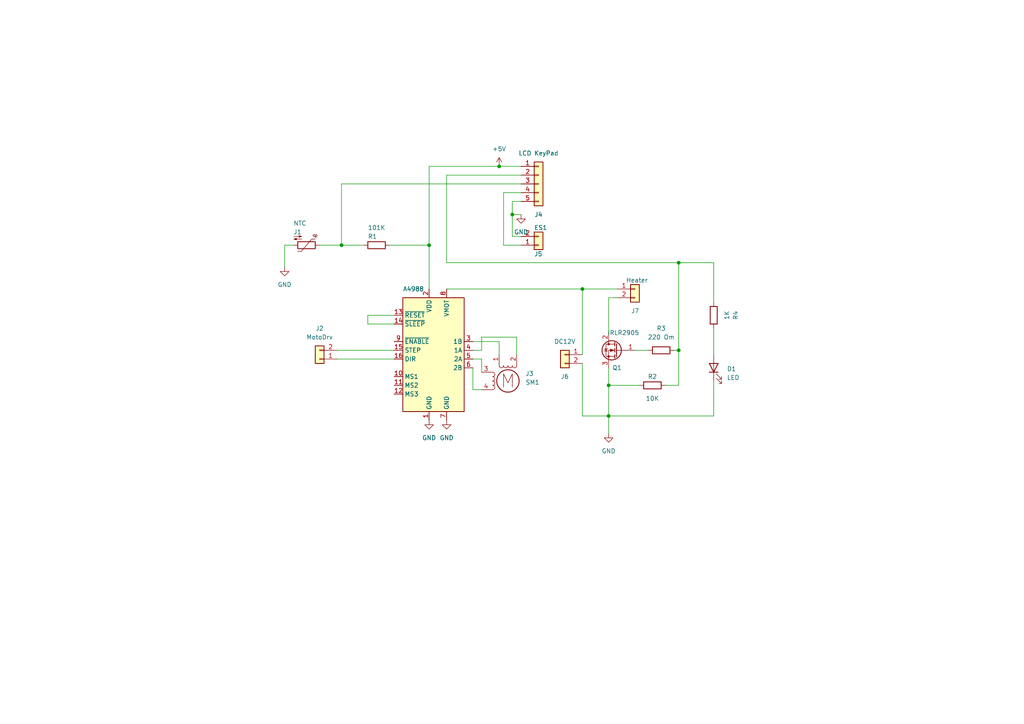
<source format=kicad_sch>
(kicad_sch (version 20231120) (generator "eeschema") (generator_version "8.0")
  (paper "A4")
  (title_block (title "Management fee in MiniPetPull") (date "2024-02-04") (rev "1.0") (company "At Home made") (comment 2 "Serhii Kryvenko"))
  (lib_symbols
    (symbol "Connector_Generic:Conn_01x02" (pin_names (offset 1.016) hide)
      (property "Reference" "J" (at 0 2.54 0))
      (property "Value" "Conn_01x02" (at 0 -5.08 0))
      (symbol "Conn_01x02_1_1"
        (rectangle (start -1.27 -2.413) (end 0 -2.667) (stroke (width 0.1524)))
        (rectangle (start -1.27 0.127) (end 0 -0.127) (stroke (width 0.1524)))
        (rectangle (start -1.27 1.27) (end 1.27 -3.81) (stroke (width 0.254)) (fill (type background)))
        (pin passive line (at -5.08 0 0) (length 3.81) (name "Pin_1") (number "1"))
        (pin passive line (at -5.08 -2.54 0) (length 3.81) (name "Pin_2") (number "2"))
      )
    )
    (symbol "Connector_Generic:Conn_01x05" (pin_names (offset 1.016) hide)
      (property "Reference" "J" (at 0 7.62 0))
      (property "Value" "Conn_01x05" (at 0 -7.62 0))
      (symbol "Conn_01x05_1_1"
        (rectangle (start -1.27 -4.953) (end 0 -5.207) (stroke (width 0.1524)))
        (rectangle (start -1.27 -2.413) (end 0 -2.667) (stroke (width 0.1524)))
        (rectangle (start -1.27 0.127) (end 0 -0.127) (stroke (width 0.1524)))
        (rectangle (start -1.27 2.667) (end 0 2.413) (stroke (width 0.1524)))
        (rectangle (start -1.27 5.207) (end 0 4.953) (stroke (width 0.1524)))
        (rectangle (start -1.27 6.35) (end 1.27 -6.35) (stroke (width 0.254)) (fill (type background)))
        (pin passive line (at -5.08 5.08 0) (length 3.81) (name "Pin_1") (number "1"))
        (pin passive line (at -5.08 2.54 0) (length 3.81) (name "Pin_2") (number "2"))
        (pin passive line (at -5.08 0 0) (length 3.81) (name "Pin_3") (number "3"))
        (pin passive line (at -5.08 -2.54 0) (length 3.81) (name "Pin_4") (number "4"))
        (pin passive line (at -5.08 -5.08 0) (length 3.81) (name "Pin_5") (number "5"))
      )
    )
    (symbol "Device:LED" (pin_numbers hide) (pin_names (offset 1.016) hide)
      (property "Reference" "D" (at 0 2.54 0))
      (property "Value" "LED" (at 0 -2.54 0))
      (symbol "LED_0_1"
        (polyline (pts (xy -1.27 -1.27) (xy -1.27 1.27)) (stroke (width 0.254)))
        (polyline (pts (xy -1.27 0) (xy 1.27 0)))
        (polyline (pts (xy 1.27 -1.27) (xy 1.27 1.27) (xy -1.27 0) (xy 1.27 -1.27)) (stroke (width 0.254)))
        (polyline (pts (xy -3.048 -0.762) (xy -4.572 -2.286) (xy -3.81 -2.286) (xy -4.572 -2.286) (xy -4.572 -1.524)))
        (polyline (pts (xy -1.778 -0.762) (xy -3.302 -2.286) (xy -2.54 -2.286) (xy -3.302 -2.286) (xy -3.302 -1.524)))
      )
      (symbol "LED_1_1"
        (pin passive line (at -3.81 0 0) (length 2.54) (name "K") (number "1"))
        (pin passive line (at 3.81 0 180) (length 2.54) (name "A") (number "2"))
      )
    )
    (symbol "Device:R" (pin_numbers hide) (pin_names (offset 0))
      (property "Reference" "R" (at 2.032 0 90))
      (property "Value" "R" (at 0 0 90))
      (symbol "R_0_1"
        (rectangle (start -1.016 -2.54) (end 1.016 2.54) (stroke (width 0.254)))
      )
      (symbol "R_1_1"
        (pin passive line (at 0 3.81 270) (length 1.27) (name "~") (number "1"))
        (pin passive line (at 0 -3.81 90) (length 1.27) (name "~") (number "2"))
      )
    )
    (symbol "Device:Thermistor_NTC" (pin_numbers hide) (pin_names (offset 0))
      (property "Reference" "TH" (at -4.445 0 90))
      (property "Value" "Thermistor_NTC" (at 3.175 0 90))
      (symbol "Thermistor_NTC_0_1"
        (arc (start -3.048 2.159) (mid -3.0495 2.3143) (end -3.175 2.413))
        (arc (start -3.048 2.159) (mid -2.9736 1.9794) (end -2.794 1.905))
        (arc (start -3.048 2.794) (mid -2.9736 2.6144) (end -2.794 2.54))
        (arc (start -2.794 1.905) (mid -2.6144 1.9794) (end -2.54 2.159))
        (arc (start -2.794 2.54) (mid -2.4393 2.5587) (end -2.159 2.794))
        (arc (start -2.794 3.048) (mid -2.9736 2.9736) (end -3.048 2.794))
        (arc (start -2.54 2.794) (mid -2.6144 2.9736) (end -2.794 3.048))
        (rectangle (start -1.016 2.54) (end 1.016 -2.54) (stroke (width 0.254)))
        (polyline (pts (xy -2.54 2.159) (xy -2.54 2.794)))
        (polyline (pts (xy -1.778 2.54) (xy -1.778 1.524) (xy 1.778 -1.524) (xy 1.778 -2.54)))
        (polyline (pts (xy -2.54 -3.683) (xy -2.54 -1.397) (xy -2.794 -2.159) (xy -2.286 -2.159) (xy -2.54 -1.397) (xy -2.54 -1.651)) (fill (type outline)))
        (polyline (pts (xy -1.778 -1.397) (xy -1.778 -3.683) (xy -2.032 -2.921) (xy -1.524 -2.921) (xy -1.778 -3.683) (xy -1.778 -3.429)) (fill (type outline)))
      )
      (symbol "Thermistor_NTC_1_1"
        (pin passive line (at 0 3.81 270) (length 1.27) (name "~") (number "1"))
        (pin passive line (at 0 -3.81 90) (length 1.27) (name "~") (number "2"))
      )
    )
    (symbol "Driver_Motor:Pololu_Breakout_A4988"
      (property "Reference" "A" (at -2.54 19.05 0))
      (property "Value" "Pololu_Breakout_A4988" (at -2.54 16.51 0))
      (symbol "Pololu_Breakout_A4988_0_1"
        (rectangle (start 10.16 -17.78) (end -7.62 15.24) (stroke (width 0.254)) (fill (type background)))
      )
      (symbol "Pololu_Breakout_A4988_1_1"
        (pin power_in line (at 0 -20.32 90) (length 2.54) (name "GND") (number "1"))
        (pin input line (at -10.16 -7.62 0) (length 2.54) (name "MS1") (number "10"))
        (pin input line (at -10.16 -10.16 0) (length 2.54) (name "MS2") (number "11"))
        (pin input line (at -10.16 -12.7 0) (length 2.54) (name "MS3") (number "12"))
        (pin input line (at -10.16 10.16 0) (length 2.54) (name "~{RESET}") (number "13"))
        (pin input line (at -10.16 7.62 0) (length 2.54) (name "~{SLEEP}") (number "14"))
        (pin input line (at -10.16 0 0) (length 2.54) (name "STEP") (number "15"))
        (pin input line (at -10.16 -2.54 0) (length 2.54) (name "DIR") (number "16"))
        (pin power_in line (at 0 17.78 270) (length 2.54) (name "VDD") (number "2"))
        (pin output line (at 12.7 2.54 180) (length 2.54) (name "1B") (number "3"))
        (pin output line (at 12.7 0 180) (length 2.54) (name "1A") (number "4"))
        (pin output line (at 12.7 -2.54 180) (length 2.54) (name "2A") (number "5"))
        (pin output line (at 12.7 -5.08 180) (length 2.54) (name "2B") (number "6"))
        (pin power_in line (at 5.08 -20.32 90) (length 2.54) (name "GND") (number "7"))
        (pin power_in line (at 5.08 17.78 270) (length 2.54) (name "VMOT") (number "8"))
        (pin input line (at -10.16 2.54 0) (length 2.54) (name "~{ENABLE}") (number "9"))
      )
    )
    (symbol "Motor:Stepper_Motor_bipolar" (pin_names (offset 0) hide)
      (property "Reference" "M" (at 3.81 2.54 0))
      (property "Value" "Stepper_Motor_bipolar" (at 3.81 1.27 0))
      (symbol "Stepper_Motor_bipolar_0_0"
        (polyline (pts (xy -1.27 -1.778) (xy -1.27 2.032) (xy 0 -0.508) (xy 1.27 2.032) (xy 1.27 -1.778)))
      )
      (symbol "Stepper_Motor_bipolar_0_1"
        (arc (start -4.445 -2.54) (mid -3.8127 -1.905) (end -4.445 -1.27))
        (arc (start -4.445 -1.27) (mid -3.8127 -0.635) (end -4.445 0))
        (arc (start -4.445 0) (mid -3.8127 0.635) (end -4.445 1.27))
        (arc (start -4.445 1.27) (mid -3.8127 1.905) (end -4.445 2.54))
        (arc (start -2.54 4.445) (mid -1.905 3.8127) (end -1.27 4.445))
        (arc (start -1.27 4.445) (mid -0.635 3.8127) (end 0 4.445))
        (polyline (pts (xy -5.08 -2.54) (xy -4.445 -2.54)))
        (polyline (pts (xy -5.08 2.54) (xy -4.445 2.54)))
        (polyline (pts (xy -2.54 5.08) (xy -2.54 4.445)))
        (polyline (pts (xy 2.54 5.08) (xy 2.54 4.445)))
        (circle (center 0 0) (radius 3.2512) (stroke (width 0.254)))
        (arc (start 0 4.445) (mid 0.635 3.8127) (end 1.27 4.445))
        (arc (start 1.27 4.445) (mid 1.905 3.8127) (end 2.54 4.445))
      )
      (symbol "Stepper_Motor_bipolar_1_1"
        (pin passive line (at -2.54 7.62 270) (length 2.54) (name "~") (number "1"))
        (pin passive line (at 2.54 7.62 270) (length 2.54) (name "-") (number "2"))
        (pin passive line (at -7.62 2.54 0) (length 2.54) (name "~") (number "3"))
        (pin passive line (at -7.62 -2.54 0) (length 2.54) (name "~") (number "4"))
      )
    )
    (symbol "Transistor_FET:IRFS4127" (pin_names hide)
      (property "Reference" "Q" (at 5.08 1.905 0))
      (property "Value" "IRFS4127" (at 5.08 0 0))
      (symbol "IRFS4127_0_1"
        (polyline (pts (xy 0.254 0) (xy -2.54 0)))
        (polyline (pts (xy 0.254 1.905) (xy 0.254 -1.905)) (stroke (width 0.254)))
        (polyline (pts (xy 0.762 -1.27) (xy 0.762 -2.286)) (stroke (width 0.254)))
        (polyline (pts (xy 0.762 0.508) (xy 0.762 -0.508)) (stroke (width 0.254)))
        (polyline (pts (xy 0.762 2.286) (xy 0.762 1.27)) (stroke (width 0.254)))
        (polyline (pts (xy 2.54 2.54) (xy 2.54 1.778)))
        (polyline (pts (xy 2.54 -2.54) (xy 2.54 0) (xy 0.762 0)))
        (polyline (pts (xy 0.762 -1.778) (xy 3.302 -1.778) (xy 3.302 1.778) (xy 0.762 1.778)))
        (polyline (pts (xy 1.016 0) (xy 2.032 0.381) (xy 2.032 -0.381) (xy 1.016 0)) (fill (type outline)))
        (polyline (pts (xy 2.794 0.508) (xy 2.921 0.381) (xy 3.683 0.381) (xy 3.81 0.254)))
        (polyline (pts (xy 3.302 0.381) (xy 2.921 -0.254) (xy 3.683 -0.254) (xy 3.302 0.381)))
        (circle (center 1.651 0) (radius 2.794) (stroke (width 0.254)))
        (circle (center 2.54 -1.778) (radius 0.254) (fill (type outline)))
        (circle (center 2.54 1.778) (radius 0.254) (fill (type outline)))
      )
      (symbol "IRFS4127_1_1"
        (pin passive line (at -5.08 0 0) (length 2.54) (name "G") (number "1"))
        (pin passive line (at 2.54 5.08 270) (length 2.54) (name "D") (number "2"))
        (pin passive line (at 2.54 -5.08 90) (length 2.54) (name "S") (number "3"))
      )
    )
    (symbol "power:+5V" (power) (pin_names (offset 0))
      (property "Value" "+5V" (at 0 3.556 0))
      (symbol "+5V_0_1"
        (polyline (pts (xy -0.762 1.27) (xy 0 2.54)))
        (polyline (pts (xy 0 0) (xy 0 2.54)))
        (polyline (pts (xy 0 2.54) (xy 0.762 1.27)))
      )
      (symbol "+5V_1_1"
        (pin power_in line (at 0 0 90) (length 0) hide (name "+5V") (number "1"))
      )
    )
    (symbol "power:GND" (power) (pin_names (offset 0))
      (property "Value" "GND" (at 0 -3.81 0))
      (symbol "GND_0_1"
        (polyline (pts (xy 0 0) (xy 0 -1.27) (xy 1.27 -1.27) (xy 0 -2.54) (xy -1.27 -1.27) (xy 0 -1.27)))
      )
      (symbol "GND_1_1"
        (pin power_in line (at 0 0 270) (length 0) hide (name "GND") (number "1"))
      )
    )
  )
  (junction (at 176.53 111.76))
  (junction (at 99.06 71.12))
  (junction (at 148.59 62.23))
  (junction (at 124.46 71.12))
  (junction (at 176.53 120.65))
  (junction (at 168.91 83.82))
  (junction (at 196.85 101.6))
  (junction (at 196.85 76.2))
  (junction (at 144.78 48.26))
  (wire (pts (xy 151.13 58.42) (xy 148.59 58.42)))
  (wire (pts (xy 207.01 110.49) (xy 207.01 120.65)))
  (wire (pts (xy 139.7 101.6) (xy 137.16 101.6)))
  (wire (pts (xy 176.53 120.65) (xy 176.53 125.73)))
  (wire (pts (xy 146.05 71.12) (xy 151.13 71.12)))
  (wire (pts (xy 106.68 93.98) (xy 106.68 91.44)))
  (wire (pts (xy 148.59 62.23) (xy 148.59 68.58)))
  (wire (pts (xy 99.06 71.12) (xy 92.71 71.12)))
  (wire (pts (xy 129.54 50.8) (xy 129.54 76.2)))
  (wire (pts (xy 148.59 68.58) (xy 151.13 68.58)))
  (wire (pts (xy 196.85 111.76) (xy 193.04 111.76)))
  (wire (pts (xy 129.54 76.2) (xy 196.85 76.2)))
  (wire (pts (xy 99.06 53.34) (xy 99.06 71.12)))
  (wire (pts (xy 149.86 97.79) (xy 139.7 97.79)))
  (wire (pts (xy 176.53 106.68) (xy 176.53 111.76)))
  (wire (pts (xy 97.79 101.6) (xy 114.3 101.6)))
  (wire (pts (xy 146.05 55.88) (xy 151.13 55.88)))
  (wire (pts (xy 106.68 91.44) (xy 114.3 91.44)))
  (wire (pts (xy 124.46 48.26) (xy 124.46 71.12)))
  (wire (pts (xy 105.41 71.12) (xy 99.06 71.12)))
  (wire (pts (xy 137.16 106.68) (xy 137.16 113.03)))
  (wire (pts (xy 148.59 62.23) (xy 151.13 62.23)))
  (wire (pts (xy 124.46 71.12) (xy 124.46 83.82)))
  (wire (pts (xy 196.85 76.2) (xy 207.01 76.2)))
  (wire (pts (xy 149.86 102.87) (xy 149.86 97.79)))
  (wire (pts (xy 146.05 55.88) (xy 146.05 71.12)))
  (wire (pts (xy 184.15 101.6) (xy 187.96 101.6)))
  (wire (pts (xy 139.7 107.95) (xy 139.7 104.14)))
  (wire (pts (xy 176.53 120.65) (xy 207.01 120.65)))
  (wire (pts (xy 129.54 50.8) (xy 151.13 50.8)))
  (wire (pts (xy 168.91 83.82) (xy 179.07 83.82)))
  (wire (pts (xy 176.53 111.76) (xy 185.42 111.76)))
  (wire (pts (xy 168.91 120.65) (xy 176.53 120.65)))
  (wire (pts (xy 113.03 71.12) (xy 124.46 71.12)))
  (wire (pts (xy 144.78 99.06) (xy 144.78 102.87)))
  (wire (pts (xy 97.79 104.14) (xy 114.3 104.14)))
  (wire (pts (xy 196.85 101.6) (xy 196.85 111.76)))
  (wire (pts (xy 195.58 101.6) (xy 196.85 101.6)))
  (wire (pts (xy 139.7 113.03) (xy 137.16 113.03)))
  (wire (pts (xy 82.55 71.12) (xy 85.09 71.12)))
  (wire (pts (xy 207.01 76.2) (xy 207.01 87.63)))
  (wire (pts (xy 196.85 76.2) (xy 196.85 101.6)))
  (wire (pts (xy 139.7 97.79) (xy 139.7 101.6)))
  (wire (pts (xy 99.06 53.34) (xy 151.13 53.34)))
  (wire (pts (xy 137.16 99.06) (xy 144.78 99.06)))
  (wire (pts (xy 207.01 102.87) (xy 207.01 95.25)))
  (wire (pts (xy 148.59 58.42) (xy 148.59 62.23)))
  (wire (pts (xy 82.55 77.47) (xy 82.55 71.12)))
  (wire (pts (xy 176.53 86.36) (xy 176.53 96.52)))
  (wire (pts (xy 176.53 86.36) (xy 179.07 86.36)))
  (wire (pts (xy 168.91 105.41) (xy 168.91 120.65)))
  (wire (pts (xy 144.78 48.26) (xy 151.13 48.26)))
  (wire (pts (xy 124.46 48.26) (xy 144.78 48.26)))
  (wire (pts (xy 114.3 93.98) (xy 106.68 93.98)))
  (wire (pts (xy 137.16 104.14) (xy 139.7 104.14)))
  (wire (pts (xy 129.54 83.82) (xy 168.91 83.82)))
  (wire (pts (xy 168.91 83.82) (xy 168.91 102.87)))
  (wire (pts (xy 176.53 111.76) (xy 176.53 120.65)))
  (symbol (lib_id "Connector_Generic:Conn_01x05") (at 156.21 53.34 0) (unit 1)
    (property "Reference" "J4" (at 156.21 62.23 0))
    (property "Value" "LCD KeyPad" (at 156.21 44.45 0))
    (property "Footprint" "Connector_PinSocket_2.54mm:PinSocket_1x05_P2.54mm_Vertical" (effects (hide yes)))
  )
  (symbol (lib_id "Transistor_FET:IRFS4127") (at 179.07 101.6 0) (mirror y) (unit 1)
    (property "Reference" "Q1" (at 180.34 106.68 0) (effects (justify left)))
    (property "Value" "IRLR2905" (at 185.42 96.52 0) (effects (justify left)))
    (property "Footprint" "Package_TO_SOT_SMD:TO-252-2" (effects (hide yes)))
    (property "Datasheet" "https://www.infineon.com/dgdl/irfs4127pbf.pdf?fileId=5546d462533600a401535636ee7b2192" (effects (hide yes)))
  )
  (symbol (lib_id "power:+5V") (at 144.78 48.26 0) (unit 1)
    (property "Reference" "#PWR04" (effects (hide yes)))
    (property "Value" "+5V" (at 144.78 43.18 0))
  )
  (symbol (lib_id "Connector_Generic:Conn_01x02") (at 163.83 102.87 0) (mirror y) (unit 1)
    (property "Reference" "J6" (at 163.83 109.22 0))
    (property "Value" "DC12V" (at 163.83 99.06 0))
    (property "Footprint" "TerminalBlock:TerminalBlock_bornier-2_P5.08mm" (effects (hide yes)))
  )
  (symbol (lib_id "Device:Thermistor_NTC") (at 88.9 71.12 270) (unit 1)
    (property "Reference" "J1" (at 85.09 67.31 90) (effects (justify left)))
    (property "Value" "NTC" (at 85.09 64.77 90) (effects (justify left)))
    (property "Footprint" "TerminalBlock_TE-Connectivity:TerminalBlock_TE_282834-2_1x02_P2.54mm_Horizontal" (effects (hide yes)))
  )
  (symbol (lib_id "Device:R") (at 109.22 71.12 270) (unit 1)
    (property "Reference" "R1" (at 106.68 68.58 90) (effects (justify left)))
    (property "Value" "101K" (at 106.68 66.04 90) (effects (justify left)))
    (property "Footprint" "Resistor_THT:R_Axial_DIN0207_L6.3mm_D2.5mm_P10.16mm_Horizontal" (effects (hide yes)))
  )
  (symbol (lib_id "power:GND") (at 176.53 125.73 0) (unit 1)
    (property "Reference" "#PWR06" (effects (hide yes)))
    (property "Value" "GND" (at 176.53 130.81 0))
  )
  (symbol (lib_id "Device:R") (at 191.77 101.6 270) (unit 1)
    (property "Reference" "R3" (at 191.77 95.25 90))
    (property "Value" "220 Om" (at 191.77 97.79 90))
    (property "Footprint" "Resistor_THT:R_Axial_DIN0207_L6.3mm_D2.5mm_P10.16mm_Horizontal" (effects (hide yes)))
  )
  (symbol (lib_id "Driver_Motor:Pololu_Breakout_A4988") (at 124.46 101.6 0) (unit 1)
    (property "Reference" "A1" (effects (hide yes)))
    (property "Value" "A4988" (at 116.84 83.82 0) (effects (justify left)))
    (property "Footprint" "Module:Pololu_Breakout-16_15.2x20.3mm" (effects (hide yes)))
    (property "Datasheet" "https://www.pololu.com/product/2980/pictures" (effects (hide yes)))
  )
  (symbol (lib_id "Connector_Generic:Conn_01x02") (at 92.71 104.14 180) (unit 1)
    (property "Reference" "J2" (at 92.71 95.25 0))
    (property "Value" "MotoDrv" (at 92.71 97.79 0))
    (property "Footprint" "Connector_PinSocket_2.54mm:PinSocket_1x02_P2.54mm_Vertical" (effects (hide yes)))
  )
  (symbol (lib_id "Connector_Generic:Conn_01x02") (at 156.21 71.12 0) (mirror x) (unit 1)
    (property "Reference" "J5" (at 154.94 73.66 0) (effects (justify left)))
    (property "Value" "ES1" (at 154.94 66.04 0) (effects (justify left)))
    (property "Footprint" "TerminalBlock_TE-Connectivity:TerminalBlock_TE_282834-2_1x02_P2.54mm_Horizontal" (effects (hide yes)))
  )
  (symbol (lib_id "Device:R") (at 207.01 91.44 0) (mirror y) (unit 1)
    (property "Reference" "R4" (at 213.36 91.44 90))
    (property "Value" "1K" (at 210.82 91.44 90))
    (property "Footprint" "Resistor_THT:R_Axial_DIN0207_L6.3mm_D2.5mm_P10.16mm_Horizontal" (effects (hide yes)))
  )
  (symbol (lib_id "power:GND") (at 151.13 62.23 0) (unit 1)
    (property "Reference" "#PWR05" (effects (hide yes)))
    (property "Value" "GND" (at 151.13 67.31 0))
  )
  (symbol (lib_id "Device:LED") (at 207.01 106.68 90) (unit 1)
    (property "Reference" "D1" (at 210.82 106.9975 90) (effects (justify right)))
    (property "Value" "LED" (at 210.82 109.5375 90) (effects (justify right)))
    (property "Footprint" "LED_THT:LED_D3.0mm" (effects (hide yes)))
  )
  (symbol (lib_id "power:GND") (at 82.55 77.47 0) (unit 1)
    (property "Reference" "#PWR01" (effects (hide yes)))
    (property "Value" "GND" (at 82.55 82.55 0))
  )
  (symbol (lib_id "Connector_Generic:Conn_01x02") (at 184.15 83.82 0) (unit 1)
    (property "Reference" "J7" (at 185.42 90.17 0) (effects (justify right)))
    (property "Value" "Heater" (at 187.96 81.28 0) (effects (justify right)))
    (property "Footprint" "TerminalBlock:TerminalBlock_bornier-2_P5.08mm" (effects (hide yes)))
  )
  (symbol (lib_id "Motor:Stepper_Motor_bipolar") (at 147.32 110.49 0) (unit 1)
    (property "Reference" "J3" (at 152.4 108.3691 0) (effects (justify left)))
    (property "Value" "SM1" (at 152.4 110.9091 0) (effects (justify left)))
    (property "Footprint" "TerminalBlock_TE-Connectivity:TerminalBlock_TE_282834-4_1x04_P2.54mm_Horizontal" (effects (hide yes)))
    (property "Datasheet" "http://www.infineon.com/dgdl/Application-Note-TLE8110EE_driving_UniPolarStepperMotor_V1.1.pdf?fileId=db3a30431be39b97011be5d0aa0a00b0" (effects (hide yes)))
  )
  (symbol (lib_id "power:GND") (at 129.54 121.92 0) (unit 1)
    (property "Reference" "#PWR03" (effects (hide yes)))
    (property "Value" "GND" (at 129.54 127 0))
  )
  (symbol (lib_id "Device:R") (at 189.23 111.76 270) (mirror x) (unit 1)
    (property "Reference" "R2" (at 189.23 109.22 90))
    (property "Value" "10K" (at 189.23 115.57 90))
    (property "Footprint" "Resistor_THT:R_Axial_DIN0207_L6.3mm_D2.5mm_P10.16mm_Horizontal" (effects (hide yes)))
  )
  (symbol (lib_id "power:GND") (at 124.46 121.92 0) (unit 1)
    (property "Reference" "#PWR02" (effects (hide yes)))
    (property "Value" "GND" (at 124.46 127 0))
  )
)
</source>
